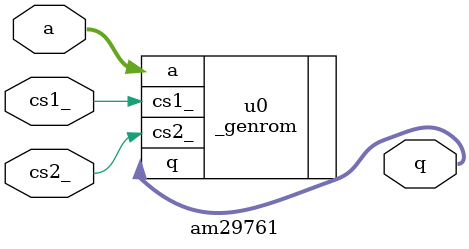
<source format=v>

`include "_genrom.v"

// am29761 is WIDTH=4, HEIGHT=8
// alias am27s20 is WIDTH=4, HEIGHT=8

`timescale 1ns / 100ps

module am29761(a, q, cs1_, cs2_);
input [7:0] a;
output [3:0] q;
input cs1_, cs2_;

_genrom #(.WIDTH(4),.HEIGHT(8)) u0(
	.a(a), .q(q), .cs1_(cs1_), .cs2_(cs2_)
);

endmodule

</source>
